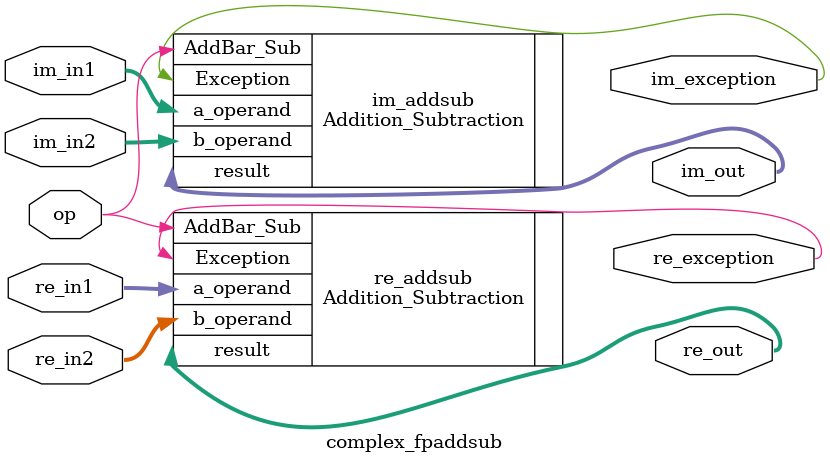
<source format=v>
`timescale 1ns / 1ps


module complex_fpaddsub(
    input[31:0] re_in1, im_in1,
    input[31:0] re_in2, im_in2,
    input op,
    output[31:0] re_out,im_out,
    output re_exception, im_exception
    );
    

   Addition_Subtraction re_addsub (
        .a_operand(re_in1),
        .b_operand(re_in2),
        .AddBar_Sub(op),
        .Exception(re_exception),
        .result(re_out)
    );
    
    Addition_Subtraction im_addsub (
        .a_operand(im_in1),
        .b_operand(im_in2),
        .AddBar_Sub(op),
        .Exception(im_exception),
        .result(im_out)
    );
    
    
    
endmodule

</source>
